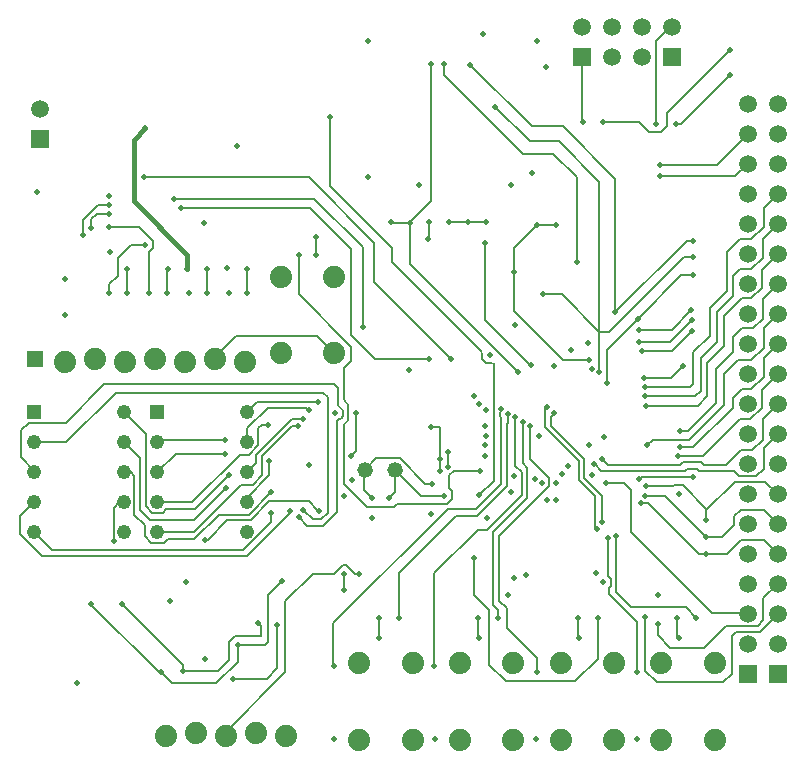
<source format=gbr>
%TF.GenerationSoftware,Novarm,DipTrace,3.2.0.1*%
%TF.CreationDate,2017-11-24T17:42:06-08:00*%
%FSLAX26Y26*%
%MOIN*%
%TF.FileFunction,Copper,L2,Inr*%
%TF.Part,Single*%
%AMOUTLINE6*
4,1,4,
0.026163,0.026163,
0.026205,-0.026121,
-0.026121,-0.026205,
-0.026163,0.026163,
0.026163,0.026163,
0*%
%TA.AperFunction,Conductor*%
%ADD17C,0.015748*%
%ADD21C,0.006*%
%TA.AperFunction,ComponentPad*%
%ADD27R,0.047992X0.047992*%
%ADD28C,0.048*%
%ADD39R,0.059055X0.059055*%
%ADD40C,0.059055*%
%ADD41C,0.074*%
%ADD44C,0.052*%
%ADD52R,0.05937X0.05937*%
%ADD53C,0.05937*%
%TA.AperFunction,ViaPad*%
%ADD58C,0.02*%
%TA.AperFunction,ComponentPad*%
%ADD127OUTLINE6*%
G75*
G01*
%LPD*%
X2706500Y1144000D2*
D21*
X2759626D1*
X2800249Y1184623D1*
Y1212749D1*
X2822125Y1234625D1*
X2897125D1*
X2944000Y1187749D1*
X2503375Y1281500D2*
X2569000D1*
X2706500Y1144000D1*
X2350045Y1694126D2*
Y1828487D1*
X2225156Y1953375D1*
X2162564D1*
X2662749Y2078375D2*
X2631180D1*
X2381291Y1828487D1*
X2350045D1*
Y2328434D1*
X2215684Y2462795D1*
X2118819D1*
X2003206Y2578408D1*
X2706500Y1087749D2*
X2775251D1*
X2822125Y1134625D1*
X2897125D1*
X2944000Y1087749D1*
X2706500D2*
X2681500D1*
X2512749Y1256500D1*
X2487749D1*
X2662749Y2016034D2*
X2622285D1*
X2477881Y1871630D1*
X2375042Y1768791D1*
Y1656630D1*
X2275052Y2059713D2*
Y2344058D1*
X2196936Y2422175D1*
X2093822D1*
X1831349Y2684647D1*
Y2722143D1*
X628375Y2150251D2*
Y2200251D1*
X678375Y2250251D1*
X715875D1*
X656472Y2175840D2*
Y2203346D1*
X675251Y2222125D1*
X715875D1*
X1790875Y1322125D2*
X1769000D1*
X1684625Y1406500D1*
X1606500D1*
X1569000Y1369000D1*
X1590752Y1275374D2*
X1565875Y1300251D1*
Y1365875D1*
X1569000Y1369000D1*
X1669000D2*
Y1293999D1*
X1650251Y1275249D1*
X1831500Y1281500D2*
X1756500D1*
X1669000Y1369000D1*
X2784945Y2766459D2*
X2575021Y2556535D1*
Y2512790D1*
X2556273Y2494042D1*
X2515652D1*
X2481281Y2528413D1*
X2362543D1*
X2784357Y2684630D2*
X2621891Y2522164D1*
X2606268D1*
X1275157Y850465D2*
Y706407D1*
X1240875Y672125D1*
X1128375D1*
X1522125Y1415875D2*
X1537751Y1431501D1*
Y1556500D1*
X1406500Y2144173D2*
Y2084731D1*
X908583Y1956501D2*
Y2033583D1*
X912751Y2037751D1*
X775251Y1956501D2*
Y2037749D1*
X1175249Y1956501D2*
Y2037749D1*
X1041916Y1956501D2*
Y2037751D1*
X2608320Y875248D2*
Y814041D1*
X2615642Y806719D1*
X2278177Y875248D2*
X2277071D1*
Y810929D1*
X2281500Y806500D1*
X1946962Y875248D2*
X1945822D1*
Y810929D1*
X1950251Y806500D1*
X1614571Y875248D2*
Y807804D1*
X1615875Y806500D1*
X1783311Y2194000D2*
Y2142685D1*
X1778375Y2137749D1*
X2503154Y878587D2*
Y697356D1*
X2540650Y659860D1*
X2762501D1*
X2790623Y687982D1*
Y812969D1*
X2806247Y828592D1*
X2884843D1*
X2944000Y887749D1*
Y987749D2*
X2896862Y940612D1*
Y866088D1*
X2878114Y847340D1*
X2771875D1*
X2700008Y775472D1*
X2584395D1*
X2543774Y816093D1*
Y853589D1*
X2500029Y1675378D2*
X2587878D1*
X2628375Y1715875D1*
X2481500Y1834625D2*
X2590533D1*
X2656262Y1900354D1*
X2121944Y1719123D2*
X2118819D1*
X1968835Y1869108D1*
Y2125331D1*
X2490875Y1765875D2*
X2593651D1*
X2659387Y1831612D1*
X2481500Y1794000D2*
X2584280D1*
X2659387Y1869108D1*
X2503375Y1644000D2*
X2653374D1*
X2662749Y1653375D1*
Y1759625D1*
X2719000Y1815875D1*
Y1906499D1*
X2775251Y1962749D1*
Y2094000D1*
X2819000Y2137749D1*
X2856499D1*
X2897125Y2178375D1*
Y2240874D1*
X2944000Y2287749D1*
X2503154Y1612885D2*
X2669134D1*
X2687749Y1631500D1*
Y1740874D1*
X2740875Y1794000D1*
Y1894000D1*
X2794000Y1947125D1*
Y2012749D1*
X2819000Y2037749D1*
X2856499D1*
X2894000Y2075251D1*
Y2137749D1*
X2944000Y2187749D1*
X2506278Y1581638D2*
X2678512D1*
X2709625Y1612751D1*
Y1725249D1*
X2765875Y1781500D1*
Y1881501D1*
X2825249Y1940875D1*
X2856501D1*
X2890875Y1975249D1*
Y2034625D1*
X2944000Y2087749D1*
X2619000Y1497125D2*
X2644000D1*
X2737751Y1590875D1*
Y1703375D1*
X2794000Y1759625D1*
Y1809626D1*
X2825249Y1840875D1*
X2862751D1*
X2894000Y1872125D1*
Y1937749D1*
X2944000Y1987749D1*
X2509403Y1450402D2*
X2528001Y1469000D1*
X2650251D1*
X2765875Y1584625D1*
Y1687749D1*
X2812751Y1734625D1*
X2856499D1*
X2897125Y1775251D1*
Y1840874D1*
X2944000Y1887749D1*
X2619000Y1444000D2*
X2662751D1*
X2794000Y1575249D1*
Y1606500D1*
X2825249Y1637749D1*
X2856499D1*
X2897125Y1678375D1*
Y1740874D1*
X2944000Y1787749D1*
X2612749Y1412749D2*
X2694000D1*
X2819000Y1537749D1*
X2853375D1*
X2890875Y1575249D1*
Y1634625D1*
X2944000Y1687749D1*
X2359419Y1403531D2*
X2378325Y1384625D1*
X2618608D1*
X2628140Y1394157D1*
X2687509D1*
X2697042Y1384625D1*
X2772125D1*
X2822125Y1434625D1*
X2859625D1*
X2894000Y1469000D1*
Y1537749D1*
X2944000Y1587749D1*
X931500Y2272125D2*
X1400251D1*
X1562751Y2109625D1*
Y1844000D1*
X956500Y2240875D2*
X1384625D1*
X1522125Y2103375D1*
Y1819000D1*
X1603374Y1737751D1*
X1781500D1*
X2371917Y1325415D2*
X2431286D1*
X2456283Y1300417D1*
Y1159807D1*
X2725215Y890875D1*
X2840874D1*
X2844000Y887749D1*
X2481500Y1337749D2*
X2487913Y1344163D1*
X2662512D1*
X2590875Y2843993D2*
X2584383D1*
X2537525Y2797135D1*
Y2522164D1*
X2553148Y2384678D2*
X2740929D1*
X2844000Y2487749D1*
X850249Y1956501D2*
Y2094000D1*
X862749Y2106500D1*
Y2131500D1*
X815874Y2178375D1*
X715875D1*
X2506500Y1315875D2*
Y1312916D1*
X2596894D1*
X2600018Y1316041D1*
X2628140D1*
X2706500Y1237681D1*
Y1234465D1*
Y1200251D1*
X2944000Y1287749D2*
X2903374Y1328375D1*
X2800411D1*
X2706500Y1234465D1*
X2662749Y2131500D2*
X2640875D1*
X2403375Y1894000D1*
Y2337597D1*
X2228182Y2512790D1*
X2125068D1*
X1918840Y2719018D1*
X759625Y922125D2*
X962810Y718940D1*
Y697125D1*
X1212664Y856714D2*
X1222038Y847340D1*
Y812751D1*
X1134625D1*
X1115875Y794001D1*
Y734625D1*
X1078375Y697125D1*
X962810D1*
X1500251Y1022125D2*
Y969000D1*
X1970815Y2194000D2*
X1912843D1*
X1850251D1*
X656500Y922125D2*
X653377D1*
X887749Y687752D1*
Y694000D1*
X925249Y656500D1*
X1071819D1*
X1144000Y728681D1*
Y784625D1*
X1234625D1*
X1244000Y794000D1*
Y950249D1*
X1290875Y997125D1*
X1412643Y1594136D2*
X1209762D1*
X1175251Y1559625D1*
Y1459625D2*
Y1506500D1*
X1244139Y1575388D1*
X1372022D1*
X1381396Y1566014D1*
X1362749Y1537749D2*
X1325249D1*
X1206500Y1419000D1*
Y1390874D1*
X1175251Y1359625D1*
X1344000Y1512751D2*
X1325008D1*
X1225249Y1412992D1*
Y1350249D1*
X1194000Y1319000D1*
X1156745D1*
X997370Y1159625D1*
X875251D1*
Y1259625D2*
X991109D1*
X1150484Y1419000D1*
X1181500D1*
X1212749Y1450249D1*
Y1506731D1*
X1225163Y1519144D1*
X1243911D1*
X1103375Y1469000D2*
X884626D1*
X875251Y1459625D1*
X1103375Y1422125D2*
X937751D1*
X875251Y1359625D1*
X1250249Y1397125D2*
Y1350249D1*
X1175251Y1275251D1*
Y1259625D1*
X1115875Y1350251D2*
X1003375Y1237749D1*
X906500D1*
X894000Y1225249D1*
X859625D1*
X837749Y1247125D1*
Y1487751D1*
X765875Y1559625D1*
X1106500Y1306500D2*
X1000251Y1200251D1*
X853374D1*
X819000Y1234625D1*
Y1406500D1*
X765875Y1459625D1*
Y1359625D2*
X787749D1*
X800249Y1347125D1*
Y1219000D1*
X834625Y1184625D1*
Y1147125D1*
X856500Y1125249D1*
X900251D1*
X912751Y1137749D1*
X1000249D1*
X1081500Y1219000D1*
X1181500D1*
X1256500Y1294000D1*
Y1225249D2*
Y1193999D1*
X1162751Y1100249D1*
X525251D1*
X465875Y1159625D1*
X1318999Y1231500D2*
X1321988Y1228510D1*
X1174978Y1081500D1*
X490875D1*
X419000Y1153375D1*
Y1212749D1*
X465875Y1259625D1*
X1362749Y1234626D2*
X1394000Y1203375D1*
X1422126D1*
X1444000Y1225249D1*
Y1609650D1*
X1428399Y1625251D1*
X737751D1*
X572125Y1459625D1*
X465875D1*
Y1359625D2*
Y1365874D1*
X422125Y1409625D1*
Y1500249D1*
X447125Y1525249D1*
X572123D1*
X700249Y1653375D1*
X1465892D1*
X1478261Y1641007D1*
Y1584625D1*
G03X1486188Y1575125I9935J233D01*
G01*
D3*
G02X1494000Y1565625I-1869J-9499D01*
G01*
Y1547249D1*
G02X1484625Y1537749I-9502J1D01*
G01*
D3*
G03X1475249Y1528249I127J-9501D01*
G01*
Y1228374D1*
X1428375Y1181500D1*
X1375249D1*
X1347125Y1209625D1*
X1415875Y1231500D2*
X1412749D1*
X1381500Y1262749D1*
X1250251D1*
X1187751Y1200249D1*
X1109625D1*
X1044185Y1134810D1*
X1034625D1*
X731500Y1131500D2*
Y1240874D1*
X750251Y1259625D1*
X765875D1*
X2022125Y1572125D2*
G02X2020563Y1562096I-29872J-484D01*
G01*
D3*
G03X2019000Y1552596I28117J-9505D01*
G01*
G03X2020563Y1543096I29680J5D01*
G01*
D3*
G02X2022125Y1533596I-28166J-9508D01*
G01*
Y1322461D1*
X1937413Y1237749D1*
X1843999D1*
X1462749Y856500D1*
Y715875D1*
X1465875Y712749D1*
X2069000Y1544000D2*
Y1381499D1*
X2090697Y1359802D1*
Y1284446D1*
X1975251Y1169000D1*
X1944000D1*
X1800249Y1025249D1*
Y715875D1*
X2119000Y1515875D2*
Y1403350D1*
X2181500Y1340850D1*
Y1312749D1*
X2015705Y1146954D1*
Y931706D1*
X2040702Y906709D1*
Y841091D1*
X2140875Y740917D1*
Y694000D1*
X2175063Y1578513D2*
X2168606D1*
Y1509978D1*
X2281302Y1397282D1*
Y1334789D1*
X2334421Y1281669D1*
Y1178555D1*
X2340671Y1172306D1*
X2378167Y1141059D2*
Y1012948D1*
X2387541Y1003573D1*
Y981701D1*
X2381291Y975451D1*
Y953579D1*
X2475251Y859619D1*
Y694249D1*
X830909Y2344000D2*
X1381500D1*
X1600249Y2125251D1*
Y1994001D1*
X1856512Y1737739D1*
X2331297Y1387908D2*
X2334421D1*
X2356430Y1365899D1*
X2634253D1*
X2640639Y1372285D1*
X2676643D1*
X2683029Y1365899D1*
X2797101D1*
X2815875Y1347125D1*
X2872125D1*
X2897125Y1372125D1*
Y1440874D1*
X2944000Y1487749D1*
X2290875Y2743993D2*
Y2531339D1*
X2293801Y2528413D1*
X2844000Y2387749D2*
X2803433Y2347182D1*
X2553148D1*
X834625Y2119000D2*
X787749D1*
X744000Y2075251D1*
Y2015875D1*
X715875Y1987751D1*
Y1956501D1*
X1950251Y1284625D2*
X1997125Y1331499D1*
Y1722845D1*
G03X1984748Y1723903I-6816J-6814D01*
G01*
D3*
G02X1972371Y1724961I-5561J7872D01*
G01*
X1958936Y1738396D1*
G02X1957878Y1750773I6814J6816D01*
G01*
D3*
G03X1956820Y1763150I-7872J5561D01*
G01*
X1925970Y1794000D1*
X1925205D1*
X1659625Y2059580D1*
Y2106500D1*
X1453375Y2312749D1*
Y2544000D1*
X1844000Y1428375D2*
Y1378375D1*
X975251Y2037751D2*
D17*
Y2084625D1*
X797083Y2262793D1*
Y2469045D1*
X834579Y2506541D1*
X1819000Y1403375D2*
D21*
Y1509625D1*
X1787751D1*
X1819000Y1365875D2*
Y1403375D1*
X2142356Y2184699D2*
X2206310D1*
X2315875Y1734625D2*
X2228375D1*
X2065875Y1897125D1*
Y2028097D1*
Y2108219D1*
X2142356Y2184699D1*
X1106596Y481247D2*
X1094000Y468651D1*
Y484625D1*
X1303280Y693904D1*
Y931404D1*
X1394000Y1022125D1*
X1465877D1*
X1494001Y1050249D1*
X1506500D1*
X1534625Y1022125D1*
X1550249D1*
X2044000Y1553375D2*
Y1525249D1*
X2040875Y1522125D1*
Y1313089D1*
X1943661Y1215875D1*
X1872126D1*
X1681500Y1025249D1*
Y875462D1*
X2094000Y1528375D2*
Y1390874D1*
X2109445Y1375429D1*
Y1275420D1*
X1994000Y1159975D1*
Y918999D1*
X2012751Y900248D1*
Y875251D1*
X1931500Y1075249D2*
Y950251D1*
X1981500Y900251D1*
Y718999D1*
X2037749Y662749D1*
X2269000D1*
X2344000Y737749D1*
Y875249D1*
X2672100Y875248D2*
X2637514Y909833D1*
X2456283D1*
X2406289Y959828D1*
Y1147308D1*
X2359419Y1194178D2*
Y1281669D1*
X2300050Y1341038D1*
Y1403531D1*
X2188291Y1515290D1*
Y1544871D1*
X2200060Y1556640D1*
X1069000Y1737749D2*
Y1744000D1*
X1137749Y1812749D1*
X1409500D1*
X1465749Y1756500D1*
X1953352Y1365899D2*
X1865899D1*
X1850251Y1350251D1*
Y1306499D1*
X1859625Y1297125D1*
Y1272449D1*
X1840723Y1253547D1*
X1675423D1*
X1665875Y1244000D1*
X1575249D1*
X1497125Y1322125D1*
Y1515749D1*
G02X1504937Y1525249I9679J3D01*
G01*
D3*
G03X1512749Y1534749I-1869J9499D01*
G01*
Y1584500D1*
G03X1504937Y1594000I-9681J1D01*
G01*
D3*
G02X1497125Y1603500I1869J9499D01*
G01*
Y1706500D1*
X1522125Y1731500D1*
Y1778375D1*
X1347125Y1953375D1*
Y2084822D1*
X1718991Y2192178D2*
X1658322D1*
X1656500Y2194000D1*
X2078198Y1694126D2*
X1718991Y2053333D1*
Y2192178D1*
X1787604Y2722143D2*
Y2262816D1*
X1718991Y2194203D1*
Y2192178D1*
D58*
X1115799Y1956896D3*
X982861Y1956501D3*
X569000Y1884731D3*
D3*
X568982Y2003469D3*
X1469911Y1557411D3*
X1715736Y1700375D3*
X1469911Y1557411D3*
X1984458Y1750370D3*
X1715736Y1700375D3*
X2068824Y1850427D3*
X2046951Y950454D3*
X2475031Y470399D3*
X2140144Y470836D3*
X1465073D3*
X1802609D3*
X1036449Y737749D3*
X918945Y931706D3*
X1381919Y1385306D3*
X1469911Y1557411D3*
X1590749Y1206677D3*
X1381919Y1385306D3*
X2543774Y950454D3*
X2256500Y1765992D3*
X1140797Y2448755D3*
X1031433Y2190699D3*
X1787604Y1222301D3*
X474217Y2295329D3*
X2125331Y2356819D3*
X2054071Y2318849D3*
X1747772D3*
X1578480Y2343828D3*
X1747772Y2318849D3*
X1578480Y2796408D3*
Y2343828D3*
X2141079Y2796408D3*
X2125331Y2356819D3*
X1961945Y2821198D3*
X1140797Y2448755D3*
X2615642Y1287749D3*
X2706500Y1144000D3*
X2503375Y1281500D3*
X2706500Y1144000D3*
X2350045Y1694126D3*
X2162564Y1953375D3*
X2662749Y2078375D3*
X2003206Y2578408D3*
X2706500Y1087749D3*
X2487749Y1256500D3*
X2706500Y1087749D3*
X2662749Y2016034D3*
X2375042Y1656630D3*
X2477881Y1871630D3*
X2275052Y2059713D3*
X1831349Y2722143D3*
X628375Y2150251D3*
X715875Y2250251D3*
X656472Y2175840D3*
X715875Y2222125D3*
X1790875Y1322125D3*
X1590752Y1275374D3*
X1650251Y1275249D3*
X1831500Y1281500D3*
X2784945Y2766459D3*
X2362543Y2528413D3*
X2784357Y2684630D3*
X2606268Y2522164D3*
X1275157Y850465D3*
X1128375Y672125D3*
X1522125Y1415875D3*
X1537751Y1556500D3*
X1406500Y2144173D3*
Y2084731D3*
X908583Y1956501D3*
X912751Y2037751D3*
X775251Y1956501D3*
Y2037749D3*
X1175249Y1956501D3*
Y2037749D3*
X1041916Y1956501D3*
Y2037751D3*
X2608320Y875248D3*
X2615642Y806719D3*
X2278177Y875248D3*
X2281500Y806500D3*
X1946962Y875248D3*
X1950251Y806500D3*
X1614571Y875248D3*
X1615875Y806500D3*
X1783311Y2194000D3*
X1778375Y2137749D3*
X2503154Y878587D3*
X2543774Y853589D3*
X2325047Y1350615D3*
X2500029Y1675378D3*
X2628375Y1715875D3*
X971455Y995181D3*
X1969000Y1412749D3*
Y1450249D3*
X2481500Y1834625D3*
X2656262Y1900354D3*
X1975249Y1206501D3*
X2134442Y1337913D3*
X2158466Y1324441D3*
X2106320Y1016072D3*
X2175063Y1269171D3*
X2206310D3*
Y1325415D3*
X2243806Y1381659D3*
X2121944Y1719123D3*
X1968835Y2125331D3*
X2315673Y1450402D3*
X2365668Y1478524D3*
X2056501Y1294000D3*
X2490875Y1765875D3*
X2659387Y1831612D3*
X2065875Y1347125D3*
X2481500Y1794000D3*
X2659387Y1869108D3*
X2503375Y1644000D3*
X2503154Y1612885D3*
X2506278Y1581638D3*
X2619000Y1497125D3*
X2509403Y1450402D3*
X2619000Y1444000D3*
X2612749Y1412749D3*
X2359419Y1403531D3*
X931500Y2272125D3*
X1562751Y1844000D3*
X956500Y2240875D3*
X1781500Y1737751D3*
X2371917Y1325415D3*
X2481500Y1337749D3*
X2662512Y1344163D3*
X2537525Y2522164D3*
X2197125Y1715875D3*
X2553148Y2384678D3*
X850249Y1956501D3*
X715875Y2178375D3*
Y2281500D3*
X2506500Y1315875D3*
X2706500Y1200251D3*
X2662749Y2131500D3*
X2403375Y1894000D3*
X2325047Y1703500D3*
X2403375Y1894000D3*
X1918840Y2719018D3*
X759625Y922125D3*
X962810Y697125D3*
X1212664Y856714D3*
D3*
X1500251Y1281499D3*
Y1022125D3*
Y969000D3*
X2362543Y994199D3*
X1970815Y2194000D3*
X1850251D3*
X1912843D3*
X2171938Y2711761D3*
X1970815Y2194000D3*
X656500Y922125D3*
X887749Y694000D3*
X1144000Y784625D3*
X1290875Y997125D3*
X2337546Y1025446D3*
X1525251Y1335560D3*
X1412643Y1594136D3*
X1381396Y1566014D3*
X1362749Y1537749D3*
X1344000Y1512751D3*
X1243911Y1519144D3*
X1103375Y1469000D3*
Y1422125D3*
X1250249Y1397125D3*
X1115875Y1350251D3*
X1106500Y1306500D3*
X1256500Y1294000D3*
Y1225249D3*
X1318999Y1231500D3*
X1362749Y1234626D3*
X1347125Y1209625D3*
X1415875Y1231500D3*
X1034625Y1134810D3*
X731500Y1131500D3*
X2022125Y1572125D3*
X1465875Y712749D3*
X2069000Y1544000D3*
X1800249Y715875D3*
X2119000Y1515875D3*
X2140875Y694000D3*
X2175063Y1578513D3*
X2340671Y1172306D3*
X2378167Y1141059D3*
X2475251Y694249D3*
X1972125Y1481500D3*
X1947125Y1587751D3*
X1931500Y1612749D3*
X1972125Y1569000D3*
X1969000Y1512749D3*
X830909Y2344000D3*
X1856512Y1737739D3*
X2331297Y1387908D3*
X2293801Y2528413D3*
X2553148Y2347182D3*
X2312549Y1790991D3*
X834625Y2119000D3*
X715875Y1956501D3*
X1950251Y1284625D3*
X1453375Y2544000D3*
X1844000Y1428375D3*
Y1378375D3*
X719000Y2094000D3*
X1109625Y2040875D3*
X975251Y2037751D3*
X834579Y2506541D3*
X1819000Y1403375D3*
X1787751Y1509625D3*
X1819000Y1365875D3*
Y1403375D3*
X2142356Y2184699D3*
X2206310D3*
X2315875Y1734625D3*
X2065875Y2028097D3*
X2142356Y2184699D3*
X609625Y656528D3*
X1550249Y1022125D3*
X2065699Y1006698D3*
X2044000Y1553375D3*
X1681500Y875462D3*
X2094000Y1528375D3*
X2012751Y875251D3*
X2148921Y1480171D3*
X1931500Y1075249D3*
X2344000Y875249D3*
X2672100Y875248D3*
X2406289Y1147308D3*
X2359419Y1194178D3*
X2200060Y1556640D3*
X1953352Y1365899D3*
X1347125Y2084822D3*
X1718991Y2192178D3*
X1656500Y2194000D3*
X2225058Y1353537D3*
X2078198Y1694126D3*
X1718991Y2192178D3*
X1787604Y2722143D3*
X1718991Y2192178D3*
D27*
X875251Y1559625D3*
D28*
Y1459625D3*
Y1359625D3*
Y1259625D3*
Y1159625D3*
X1175251D3*
Y1259625D3*
Y1359625D3*
Y1459625D3*
Y1559625D3*
D27*
X465875D3*
D28*
Y1459625D3*
Y1359625D3*
Y1259625D3*
Y1159625D3*
X765875D3*
Y1259625D3*
Y1359625D3*
Y1459625D3*
Y1559625D3*
D39*
X484615Y2472169D3*
D40*
Y2572169D3*
D127*
X469000Y1737749D3*
D41*
X569000Y1727749D3*
X669000Y1737749D3*
X769000Y1727749D3*
X869000Y1737749D3*
X969000Y1727749D3*
X1069000Y1737749D3*
X1169000Y1727749D3*
D44*
X1569000Y1369000D3*
X1669000D3*
D41*
X1287749Y1756500D3*
Y2012500D3*
X1465749Y1756500D3*
Y2012500D3*
X1550249Y469000D3*
Y725000D3*
X1728249Y469000D3*
Y725000D3*
X1885667Y469000D3*
Y725000D3*
X2063667Y469000D3*
Y725000D3*
X2221083Y469000D3*
Y725000D3*
X2399083Y469000D3*
Y725000D3*
X2556500Y469000D3*
Y725000D3*
X2734500Y469000D3*
Y725000D3*
D52*
X2590875Y2743993D3*
D53*
Y2843993D3*
X2490875Y2743993D3*
Y2843993D3*
X2390875Y2743993D3*
Y2843993D3*
D52*
X2290875Y2743993D3*
D53*
Y2843993D3*
D39*
X2844000Y687749D3*
D40*
Y787749D3*
Y887749D3*
Y987749D3*
Y1087749D3*
Y1187749D3*
Y1287749D3*
Y1387749D3*
Y1487749D3*
Y1587749D3*
Y1687749D3*
Y1787749D3*
Y1887749D3*
Y1987749D3*
Y2087749D3*
Y2187749D3*
Y2287749D3*
Y2387749D3*
Y2487749D3*
Y2587749D3*
D39*
X2944000Y687749D3*
D40*
Y787749D3*
Y887749D3*
Y987749D3*
Y1087749D3*
Y1187749D3*
Y1287749D3*
Y1387749D3*
Y1487749D3*
Y1587749D3*
Y1687749D3*
Y1787749D3*
Y1887749D3*
Y1987749D3*
Y2087749D3*
Y2187749D3*
Y2287749D3*
Y2387749D3*
Y2487749D3*
Y2587749D3*
D41*
X1306596Y481247D3*
X1206596Y491247D3*
X1106596Y481247D3*
X1006596Y491247D3*
X906596Y481247D3*
M02*

</source>
